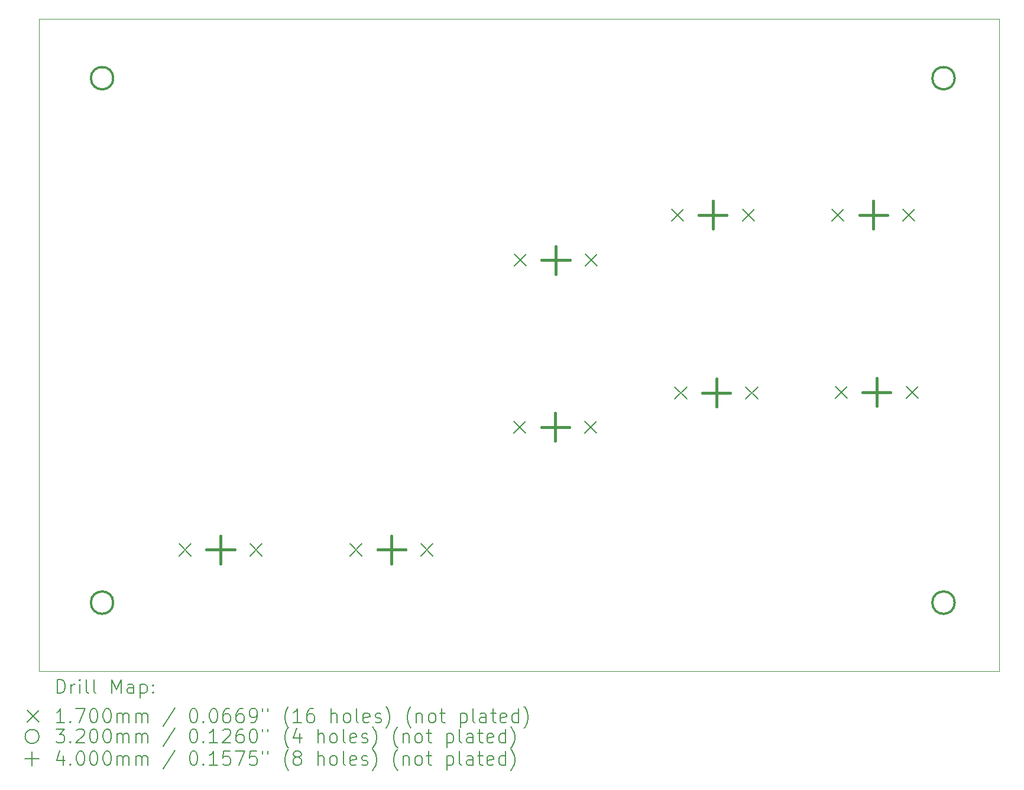
<source format=gbr>
%TF.GenerationSoftware,KiCad,Pcbnew,9.0.5*%
%TF.CreationDate,2025-10-09T15:15:55-05:00*%
%TF.ProjectId,arcade-controller,61726361-6465-42d6-936f-6e74726f6c6c,rev?*%
%TF.SameCoordinates,Original*%
%TF.FileFunction,Drillmap*%
%TF.FilePolarity,Positive*%
%FSLAX45Y45*%
G04 Gerber Fmt 4.5, Leading zero omitted, Abs format (unit mm)*
G04 Created by KiCad (PCBNEW 9.0.5) date 2025-10-09 15:15:55*
%MOMM*%
%LPD*%
G01*
G04 APERTURE LIST*
%ADD10C,0.050000*%
%ADD11C,0.200000*%
%ADD12C,0.170000*%
%ADD13C,0.320000*%
%ADD14C,0.400000*%
G04 APERTURE END LIST*
D10*
X9000000Y-3500000D02*
X22750000Y-3500000D01*
X22750000Y-12850000D01*
X9000000Y-12850000D01*
X9000000Y-3500000D01*
D11*
D12*
X11003000Y-11023000D02*
X11173000Y-11193000D01*
X11173000Y-11023000D02*
X11003000Y-11193000D01*
X12019000Y-11023000D02*
X12189000Y-11193000D01*
X12189000Y-11023000D02*
X12019000Y-11193000D01*
X13453000Y-11023000D02*
X13623000Y-11193000D01*
X13623000Y-11023000D02*
X13453000Y-11193000D01*
X14469000Y-11023000D02*
X14639000Y-11193000D01*
X14639000Y-11023000D02*
X14469000Y-11193000D01*
X15799000Y-9265000D02*
X15969000Y-9435000D01*
X15969000Y-9265000D02*
X15799000Y-9435000D01*
X15803000Y-6873000D02*
X15973000Y-7043000D01*
X15973000Y-6873000D02*
X15803000Y-7043000D01*
X16815000Y-9265000D02*
X16985000Y-9435000D01*
X16985000Y-9265000D02*
X16815000Y-9435000D01*
X16819000Y-6873000D02*
X16989000Y-7043000D01*
X16989000Y-6873000D02*
X16819000Y-7043000D01*
X18053000Y-6223000D02*
X18223000Y-6393000D01*
X18223000Y-6223000D02*
X18053000Y-6393000D01*
X18103000Y-8773000D02*
X18273000Y-8943000D01*
X18273000Y-8773000D02*
X18103000Y-8943000D01*
X19069000Y-6223000D02*
X19239000Y-6393000D01*
X19239000Y-6223000D02*
X19069000Y-6393000D01*
X19119000Y-8773000D02*
X19289000Y-8943000D01*
X19289000Y-8773000D02*
X19119000Y-8943000D01*
X20353000Y-6223000D02*
X20523000Y-6393000D01*
X20523000Y-6223000D02*
X20353000Y-6393000D01*
X20399000Y-8765000D02*
X20569000Y-8935000D01*
X20569000Y-8765000D02*
X20399000Y-8935000D01*
X21369000Y-6223000D02*
X21539000Y-6393000D01*
X21539000Y-6223000D02*
X21369000Y-6393000D01*
X21415000Y-8765000D02*
X21585000Y-8935000D01*
X21585000Y-8765000D02*
X21415000Y-8935000D01*
D13*
X10060000Y-4350000D02*
G75*
G02*
X9740000Y-4350000I-160000J0D01*
G01*
X9740000Y-4350000D02*
G75*
G02*
X10060000Y-4350000I160000J0D01*
G01*
X10060000Y-11865000D02*
G75*
G02*
X9740000Y-11865000I-160000J0D01*
G01*
X9740000Y-11865000D02*
G75*
G02*
X10060000Y-11865000I160000J0D01*
G01*
X22110000Y-4350000D02*
G75*
G02*
X21790000Y-4350000I-160000J0D01*
G01*
X21790000Y-4350000D02*
G75*
G02*
X22110000Y-4350000I160000J0D01*
G01*
X22110000Y-11865000D02*
G75*
G02*
X21790000Y-11865000I-160000J0D01*
G01*
X21790000Y-11865000D02*
G75*
G02*
X22110000Y-11865000I160000J0D01*
G01*
D14*
X11596000Y-10908000D02*
X11596000Y-11308000D01*
X11396000Y-11108000D02*
X11796000Y-11108000D01*
X14046000Y-10908000D02*
X14046000Y-11308000D01*
X13846000Y-11108000D02*
X14246000Y-11108000D01*
X16392000Y-9150000D02*
X16392000Y-9550000D01*
X16192000Y-9350000D02*
X16592000Y-9350000D01*
X16396000Y-6758000D02*
X16396000Y-7158000D01*
X16196000Y-6958000D02*
X16596000Y-6958000D01*
X18646000Y-6108000D02*
X18646000Y-6508000D01*
X18446000Y-6308000D02*
X18846000Y-6308000D01*
X18696000Y-8658000D02*
X18696000Y-9058000D01*
X18496000Y-8858000D02*
X18896000Y-8858000D01*
X20946000Y-6108000D02*
X20946000Y-6508000D01*
X20746000Y-6308000D02*
X21146000Y-6308000D01*
X20992000Y-8650000D02*
X20992000Y-9050000D01*
X20792000Y-8850000D02*
X21192000Y-8850000D01*
D11*
X9258277Y-13163984D02*
X9258277Y-12963984D01*
X9258277Y-12963984D02*
X9305896Y-12963984D01*
X9305896Y-12963984D02*
X9334467Y-12973508D01*
X9334467Y-12973508D02*
X9353515Y-12992555D01*
X9353515Y-12992555D02*
X9363039Y-13011603D01*
X9363039Y-13011603D02*
X9372563Y-13049698D01*
X9372563Y-13049698D02*
X9372563Y-13078269D01*
X9372563Y-13078269D02*
X9363039Y-13116365D01*
X9363039Y-13116365D02*
X9353515Y-13135412D01*
X9353515Y-13135412D02*
X9334467Y-13154460D01*
X9334467Y-13154460D02*
X9305896Y-13163984D01*
X9305896Y-13163984D02*
X9258277Y-13163984D01*
X9458277Y-13163984D02*
X9458277Y-13030650D01*
X9458277Y-13068746D02*
X9467801Y-13049698D01*
X9467801Y-13049698D02*
X9477324Y-13040174D01*
X9477324Y-13040174D02*
X9496372Y-13030650D01*
X9496372Y-13030650D02*
X9515420Y-13030650D01*
X9582086Y-13163984D02*
X9582086Y-13030650D01*
X9582086Y-12963984D02*
X9572563Y-12973508D01*
X9572563Y-12973508D02*
X9582086Y-12983031D01*
X9582086Y-12983031D02*
X9591610Y-12973508D01*
X9591610Y-12973508D02*
X9582086Y-12963984D01*
X9582086Y-12963984D02*
X9582086Y-12983031D01*
X9705896Y-13163984D02*
X9686848Y-13154460D01*
X9686848Y-13154460D02*
X9677324Y-13135412D01*
X9677324Y-13135412D02*
X9677324Y-12963984D01*
X9810658Y-13163984D02*
X9791610Y-13154460D01*
X9791610Y-13154460D02*
X9782086Y-13135412D01*
X9782086Y-13135412D02*
X9782086Y-12963984D01*
X10039229Y-13163984D02*
X10039229Y-12963984D01*
X10039229Y-12963984D02*
X10105896Y-13106841D01*
X10105896Y-13106841D02*
X10172563Y-12963984D01*
X10172563Y-12963984D02*
X10172563Y-13163984D01*
X10353515Y-13163984D02*
X10353515Y-13059222D01*
X10353515Y-13059222D02*
X10343991Y-13040174D01*
X10343991Y-13040174D02*
X10324944Y-13030650D01*
X10324944Y-13030650D02*
X10286848Y-13030650D01*
X10286848Y-13030650D02*
X10267801Y-13040174D01*
X10353515Y-13154460D02*
X10334467Y-13163984D01*
X10334467Y-13163984D02*
X10286848Y-13163984D01*
X10286848Y-13163984D02*
X10267801Y-13154460D01*
X10267801Y-13154460D02*
X10258277Y-13135412D01*
X10258277Y-13135412D02*
X10258277Y-13116365D01*
X10258277Y-13116365D02*
X10267801Y-13097317D01*
X10267801Y-13097317D02*
X10286848Y-13087793D01*
X10286848Y-13087793D02*
X10334467Y-13087793D01*
X10334467Y-13087793D02*
X10353515Y-13078269D01*
X10448753Y-13030650D02*
X10448753Y-13230650D01*
X10448753Y-13040174D02*
X10467801Y-13030650D01*
X10467801Y-13030650D02*
X10505896Y-13030650D01*
X10505896Y-13030650D02*
X10524944Y-13040174D01*
X10524944Y-13040174D02*
X10534467Y-13049698D01*
X10534467Y-13049698D02*
X10543991Y-13068746D01*
X10543991Y-13068746D02*
X10543991Y-13125888D01*
X10543991Y-13125888D02*
X10534467Y-13144936D01*
X10534467Y-13144936D02*
X10524944Y-13154460D01*
X10524944Y-13154460D02*
X10505896Y-13163984D01*
X10505896Y-13163984D02*
X10467801Y-13163984D01*
X10467801Y-13163984D02*
X10448753Y-13154460D01*
X10629705Y-13144936D02*
X10639229Y-13154460D01*
X10639229Y-13154460D02*
X10629705Y-13163984D01*
X10629705Y-13163984D02*
X10620182Y-13154460D01*
X10620182Y-13154460D02*
X10629705Y-13144936D01*
X10629705Y-13144936D02*
X10629705Y-13163984D01*
X10629705Y-13040174D02*
X10639229Y-13049698D01*
X10639229Y-13049698D02*
X10629705Y-13059222D01*
X10629705Y-13059222D02*
X10620182Y-13049698D01*
X10620182Y-13049698D02*
X10629705Y-13040174D01*
X10629705Y-13040174D02*
X10629705Y-13059222D01*
D12*
X8827500Y-13407500D02*
X8997500Y-13577500D01*
X8997500Y-13407500D02*
X8827500Y-13577500D01*
D11*
X9363039Y-13583984D02*
X9248753Y-13583984D01*
X9305896Y-13583984D02*
X9305896Y-13383984D01*
X9305896Y-13383984D02*
X9286848Y-13412555D01*
X9286848Y-13412555D02*
X9267801Y-13431603D01*
X9267801Y-13431603D02*
X9248753Y-13441127D01*
X9448753Y-13564936D02*
X9458277Y-13574460D01*
X9458277Y-13574460D02*
X9448753Y-13583984D01*
X9448753Y-13583984D02*
X9439229Y-13574460D01*
X9439229Y-13574460D02*
X9448753Y-13564936D01*
X9448753Y-13564936D02*
X9448753Y-13583984D01*
X9524944Y-13383984D02*
X9658277Y-13383984D01*
X9658277Y-13383984D02*
X9572563Y-13583984D01*
X9772563Y-13383984D02*
X9791610Y-13383984D01*
X9791610Y-13383984D02*
X9810658Y-13393508D01*
X9810658Y-13393508D02*
X9820182Y-13403031D01*
X9820182Y-13403031D02*
X9829705Y-13422079D01*
X9829705Y-13422079D02*
X9839229Y-13460174D01*
X9839229Y-13460174D02*
X9839229Y-13507793D01*
X9839229Y-13507793D02*
X9829705Y-13545888D01*
X9829705Y-13545888D02*
X9820182Y-13564936D01*
X9820182Y-13564936D02*
X9810658Y-13574460D01*
X9810658Y-13574460D02*
X9791610Y-13583984D01*
X9791610Y-13583984D02*
X9772563Y-13583984D01*
X9772563Y-13583984D02*
X9753515Y-13574460D01*
X9753515Y-13574460D02*
X9743991Y-13564936D01*
X9743991Y-13564936D02*
X9734467Y-13545888D01*
X9734467Y-13545888D02*
X9724944Y-13507793D01*
X9724944Y-13507793D02*
X9724944Y-13460174D01*
X9724944Y-13460174D02*
X9734467Y-13422079D01*
X9734467Y-13422079D02*
X9743991Y-13403031D01*
X9743991Y-13403031D02*
X9753515Y-13393508D01*
X9753515Y-13393508D02*
X9772563Y-13383984D01*
X9963039Y-13383984D02*
X9982086Y-13383984D01*
X9982086Y-13383984D02*
X10001134Y-13393508D01*
X10001134Y-13393508D02*
X10010658Y-13403031D01*
X10010658Y-13403031D02*
X10020182Y-13422079D01*
X10020182Y-13422079D02*
X10029705Y-13460174D01*
X10029705Y-13460174D02*
X10029705Y-13507793D01*
X10029705Y-13507793D02*
X10020182Y-13545888D01*
X10020182Y-13545888D02*
X10010658Y-13564936D01*
X10010658Y-13564936D02*
X10001134Y-13574460D01*
X10001134Y-13574460D02*
X9982086Y-13583984D01*
X9982086Y-13583984D02*
X9963039Y-13583984D01*
X9963039Y-13583984D02*
X9943991Y-13574460D01*
X9943991Y-13574460D02*
X9934467Y-13564936D01*
X9934467Y-13564936D02*
X9924944Y-13545888D01*
X9924944Y-13545888D02*
X9915420Y-13507793D01*
X9915420Y-13507793D02*
X9915420Y-13460174D01*
X9915420Y-13460174D02*
X9924944Y-13422079D01*
X9924944Y-13422079D02*
X9934467Y-13403031D01*
X9934467Y-13403031D02*
X9943991Y-13393508D01*
X9943991Y-13393508D02*
X9963039Y-13383984D01*
X10115420Y-13583984D02*
X10115420Y-13450650D01*
X10115420Y-13469698D02*
X10124944Y-13460174D01*
X10124944Y-13460174D02*
X10143991Y-13450650D01*
X10143991Y-13450650D02*
X10172563Y-13450650D01*
X10172563Y-13450650D02*
X10191610Y-13460174D01*
X10191610Y-13460174D02*
X10201134Y-13479222D01*
X10201134Y-13479222D02*
X10201134Y-13583984D01*
X10201134Y-13479222D02*
X10210658Y-13460174D01*
X10210658Y-13460174D02*
X10229705Y-13450650D01*
X10229705Y-13450650D02*
X10258277Y-13450650D01*
X10258277Y-13450650D02*
X10277325Y-13460174D01*
X10277325Y-13460174D02*
X10286848Y-13479222D01*
X10286848Y-13479222D02*
X10286848Y-13583984D01*
X10382086Y-13583984D02*
X10382086Y-13450650D01*
X10382086Y-13469698D02*
X10391610Y-13460174D01*
X10391610Y-13460174D02*
X10410658Y-13450650D01*
X10410658Y-13450650D02*
X10439229Y-13450650D01*
X10439229Y-13450650D02*
X10458277Y-13460174D01*
X10458277Y-13460174D02*
X10467801Y-13479222D01*
X10467801Y-13479222D02*
X10467801Y-13583984D01*
X10467801Y-13479222D02*
X10477325Y-13460174D01*
X10477325Y-13460174D02*
X10496372Y-13450650D01*
X10496372Y-13450650D02*
X10524944Y-13450650D01*
X10524944Y-13450650D02*
X10543991Y-13460174D01*
X10543991Y-13460174D02*
X10553515Y-13479222D01*
X10553515Y-13479222D02*
X10553515Y-13583984D01*
X10943991Y-13374460D02*
X10772563Y-13631603D01*
X11201134Y-13383984D02*
X11220182Y-13383984D01*
X11220182Y-13383984D02*
X11239229Y-13393508D01*
X11239229Y-13393508D02*
X11248753Y-13403031D01*
X11248753Y-13403031D02*
X11258277Y-13422079D01*
X11258277Y-13422079D02*
X11267801Y-13460174D01*
X11267801Y-13460174D02*
X11267801Y-13507793D01*
X11267801Y-13507793D02*
X11258277Y-13545888D01*
X11258277Y-13545888D02*
X11248753Y-13564936D01*
X11248753Y-13564936D02*
X11239229Y-13574460D01*
X11239229Y-13574460D02*
X11220182Y-13583984D01*
X11220182Y-13583984D02*
X11201134Y-13583984D01*
X11201134Y-13583984D02*
X11182087Y-13574460D01*
X11182087Y-13574460D02*
X11172563Y-13564936D01*
X11172563Y-13564936D02*
X11163039Y-13545888D01*
X11163039Y-13545888D02*
X11153515Y-13507793D01*
X11153515Y-13507793D02*
X11153515Y-13460174D01*
X11153515Y-13460174D02*
X11163039Y-13422079D01*
X11163039Y-13422079D02*
X11172563Y-13403031D01*
X11172563Y-13403031D02*
X11182087Y-13393508D01*
X11182087Y-13393508D02*
X11201134Y-13383984D01*
X11353515Y-13564936D02*
X11363039Y-13574460D01*
X11363039Y-13574460D02*
X11353515Y-13583984D01*
X11353515Y-13583984D02*
X11343991Y-13574460D01*
X11343991Y-13574460D02*
X11353515Y-13564936D01*
X11353515Y-13564936D02*
X11353515Y-13583984D01*
X11486848Y-13383984D02*
X11505896Y-13383984D01*
X11505896Y-13383984D02*
X11524944Y-13393508D01*
X11524944Y-13393508D02*
X11534467Y-13403031D01*
X11534467Y-13403031D02*
X11543991Y-13422079D01*
X11543991Y-13422079D02*
X11553515Y-13460174D01*
X11553515Y-13460174D02*
X11553515Y-13507793D01*
X11553515Y-13507793D02*
X11543991Y-13545888D01*
X11543991Y-13545888D02*
X11534467Y-13564936D01*
X11534467Y-13564936D02*
X11524944Y-13574460D01*
X11524944Y-13574460D02*
X11505896Y-13583984D01*
X11505896Y-13583984D02*
X11486848Y-13583984D01*
X11486848Y-13583984D02*
X11467801Y-13574460D01*
X11467801Y-13574460D02*
X11458277Y-13564936D01*
X11458277Y-13564936D02*
X11448753Y-13545888D01*
X11448753Y-13545888D02*
X11439229Y-13507793D01*
X11439229Y-13507793D02*
X11439229Y-13460174D01*
X11439229Y-13460174D02*
X11448753Y-13422079D01*
X11448753Y-13422079D02*
X11458277Y-13403031D01*
X11458277Y-13403031D02*
X11467801Y-13393508D01*
X11467801Y-13393508D02*
X11486848Y-13383984D01*
X11724944Y-13383984D02*
X11686848Y-13383984D01*
X11686848Y-13383984D02*
X11667801Y-13393508D01*
X11667801Y-13393508D02*
X11658277Y-13403031D01*
X11658277Y-13403031D02*
X11639229Y-13431603D01*
X11639229Y-13431603D02*
X11629706Y-13469698D01*
X11629706Y-13469698D02*
X11629706Y-13545888D01*
X11629706Y-13545888D02*
X11639229Y-13564936D01*
X11639229Y-13564936D02*
X11648753Y-13574460D01*
X11648753Y-13574460D02*
X11667801Y-13583984D01*
X11667801Y-13583984D02*
X11705896Y-13583984D01*
X11705896Y-13583984D02*
X11724944Y-13574460D01*
X11724944Y-13574460D02*
X11734467Y-13564936D01*
X11734467Y-13564936D02*
X11743991Y-13545888D01*
X11743991Y-13545888D02*
X11743991Y-13498269D01*
X11743991Y-13498269D02*
X11734467Y-13479222D01*
X11734467Y-13479222D02*
X11724944Y-13469698D01*
X11724944Y-13469698D02*
X11705896Y-13460174D01*
X11705896Y-13460174D02*
X11667801Y-13460174D01*
X11667801Y-13460174D02*
X11648753Y-13469698D01*
X11648753Y-13469698D02*
X11639229Y-13479222D01*
X11639229Y-13479222D02*
X11629706Y-13498269D01*
X11915420Y-13383984D02*
X11877325Y-13383984D01*
X11877325Y-13383984D02*
X11858277Y-13393508D01*
X11858277Y-13393508D02*
X11848753Y-13403031D01*
X11848753Y-13403031D02*
X11829706Y-13431603D01*
X11829706Y-13431603D02*
X11820182Y-13469698D01*
X11820182Y-13469698D02*
X11820182Y-13545888D01*
X11820182Y-13545888D02*
X11829706Y-13564936D01*
X11829706Y-13564936D02*
X11839229Y-13574460D01*
X11839229Y-13574460D02*
X11858277Y-13583984D01*
X11858277Y-13583984D02*
X11896372Y-13583984D01*
X11896372Y-13583984D02*
X11915420Y-13574460D01*
X11915420Y-13574460D02*
X11924944Y-13564936D01*
X11924944Y-13564936D02*
X11934467Y-13545888D01*
X11934467Y-13545888D02*
X11934467Y-13498269D01*
X11934467Y-13498269D02*
X11924944Y-13479222D01*
X11924944Y-13479222D02*
X11915420Y-13469698D01*
X11915420Y-13469698D02*
X11896372Y-13460174D01*
X11896372Y-13460174D02*
X11858277Y-13460174D01*
X11858277Y-13460174D02*
X11839229Y-13469698D01*
X11839229Y-13469698D02*
X11829706Y-13479222D01*
X11829706Y-13479222D02*
X11820182Y-13498269D01*
X12029706Y-13583984D02*
X12067801Y-13583984D01*
X12067801Y-13583984D02*
X12086848Y-13574460D01*
X12086848Y-13574460D02*
X12096372Y-13564936D01*
X12096372Y-13564936D02*
X12115420Y-13536365D01*
X12115420Y-13536365D02*
X12124944Y-13498269D01*
X12124944Y-13498269D02*
X12124944Y-13422079D01*
X12124944Y-13422079D02*
X12115420Y-13403031D01*
X12115420Y-13403031D02*
X12105896Y-13393508D01*
X12105896Y-13393508D02*
X12086848Y-13383984D01*
X12086848Y-13383984D02*
X12048753Y-13383984D01*
X12048753Y-13383984D02*
X12029706Y-13393508D01*
X12029706Y-13393508D02*
X12020182Y-13403031D01*
X12020182Y-13403031D02*
X12010658Y-13422079D01*
X12010658Y-13422079D02*
X12010658Y-13469698D01*
X12010658Y-13469698D02*
X12020182Y-13488746D01*
X12020182Y-13488746D02*
X12029706Y-13498269D01*
X12029706Y-13498269D02*
X12048753Y-13507793D01*
X12048753Y-13507793D02*
X12086848Y-13507793D01*
X12086848Y-13507793D02*
X12105896Y-13498269D01*
X12105896Y-13498269D02*
X12115420Y-13488746D01*
X12115420Y-13488746D02*
X12124944Y-13469698D01*
X12201134Y-13383984D02*
X12201134Y-13422079D01*
X12277325Y-13383984D02*
X12277325Y-13422079D01*
X12572563Y-13660174D02*
X12563039Y-13650650D01*
X12563039Y-13650650D02*
X12543991Y-13622079D01*
X12543991Y-13622079D02*
X12534468Y-13603031D01*
X12534468Y-13603031D02*
X12524944Y-13574460D01*
X12524944Y-13574460D02*
X12515420Y-13526841D01*
X12515420Y-13526841D02*
X12515420Y-13488746D01*
X12515420Y-13488746D02*
X12524944Y-13441127D01*
X12524944Y-13441127D02*
X12534468Y-13412555D01*
X12534468Y-13412555D02*
X12543991Y-13393508D01*
X12543991Y-13393508D02*
X12563039Y-13364936D01*
X12563039Y-13364936D02*
X12572563Y-13355412D01*
X12753515Y-13583984D02*
X12639229Y-13583984D01*
X12696372Y-13583984D02*
X12696372Y-13383984D01*
X12696372Y-13383984D02*
X12677325Y-13412555D01*
X12677325Y-13412555D02*
X12658277Y-13431603D01*
X12658277Y-13431603D02*
X12639229Y-13441127D01*
X12924944Y-13383984D02*
X12886848Y-13383984D01*
X12886848Y-13383984D02*
X12867801Y-13393508D01*
X12867801Y-13393508D02*
X12858277Y-13403031D01*
X12858277Y-13403031D02*
X12839229Y-13431603D01*
X12839229Y-13431603D02*
X12829706Y-13469698D01*
X12829706Y-13469698D02*
X12829706Y-13545888D01*
X12829706Y-13545888D02*
X12839229Y-13564936D01*
X12839229Y-13564936D02*
X12848753Y-13574460D01*
X12848753Y-13574460D02*
X12867801Y-13583984D01*
X12867801Y-13583984D02*
X12905896Y-13583984D01*
X12905896Y-13583984D02*
X12924944Y-13574460D01*
X12924944Y-13574460D02*
X12934468Y-13564936D01*
X12934468Y-13564936D02*
X12943991Y-13545888D01*
X12943991Y-13545888D02*
X12943991Y-13498269D01*
X12943991Y-13498269D02*
X12934468Y-13479222D01*
X12934468Y-13479222D02*
X12924944Y-13469698D01*
X12924944Y-13469698D02*
X12905896Y-13460174D01*
X12905896Y-13460174D02*
X12867801Y-13460174D01*
X12867801Y-13460174D02*
X12848753Y-13469698D01*
X12848753Y-13469698D02*
X12839229Y-13479222D01*
X12839229Y-13479222D02*
X12829706Y-13498269D01*
X13182087Y-13583984D02*
X13182087Y-13383984D01*
X13267801Y-13583984D02*
X13267801Y-13479222D01*
X13267801Y-13479222D02*
X13258277Y-13460174D01*
X13258277Y-13460174D02*
X13239230Y-13450650D01*
X13239230Y-13450650D02*
X13210658Y-13450650D01*
X13210658Y-13450650D02*
X13191610Y-13460174D01*
X13191610Y-13460174D02*
X13182087Y-13469698D01*
X13391610Y-13583984D02*
X13372563Y-13574460D01*
X13372563Y-13574460D02*
X13363039Y-13564936D01*
X13363039Y-13564936D02*
X13353515Y-13545888D01*
X13353515Y-13545888D02*
X13353515Y-13488746D01*
X13353515Y-13488746D02*
X13363039Y-13469698D01*
X13363039Y-13469698D02*
X13372563Y-13460174D01*
X13372563Y-13460174D02*
X13391610Y-13450650D01*
X13391610Y-13450650D02*
X13420182Y-13450650D01*
X13420182Y-13450650D02*
X13439230Y-13460174D01*
X13439230Y-13460174D02*
X13448753Y-13469698D01*
X13448753Y-13469698D02*
X13458277Y-13488746D01*
X13458277Y-13488746D02*
X13458277Y-13545888D01*
X13458277Y-13545888D02*
X13448753Y-13564936D01*
X13448753Y-13564936D02*
X13439230Y-13574460D01*
X13439230Y-13574460D02*
X13420182Y-13583984D01*
X13420182Y-13583984D02*
X13391610Y-13583984D01*
X13572563Y-13583984D02*
X13553515Y-13574460D01*
X13553515Y-13574460D02*
X13543991Y-13555412D01*
X13543991Y-13555412D02*
X13543991Y-13383984D01*
X13724944Y-13574460D02*
X13705896Y-13583984D01*
X13705896Y-13583984D02*
X13667801Y-13583984D01*
X13667801Y-13583984D02*
X13648753Y-13574460D01*
X13648753Y-13574460D02*
X13639230Y-13555412D01*
X13639230Y-13555412D02*
X13639230Y-13479222D01*
X13639230Y-13479222D02*
X13648753Y-13460174D01*
X13648753Y-13460174D02*
X13667801Y-13450650D01*
X13667801Y-13450650D02*
X13705896Y-13450650D01*
X13705896Y-13450650D02*
X13724944Y-13460174D01*
X13724944Y-13460174D02*
X13734468Y-13479222D01*
X13734468Y-13479222D02*
X13734468Y-13498269D01*
X13734468Y-13498269D02*
X13639230Y-13517317D01*
X13810658Y-13574460D02*
X13829706Y-13583984D01*
X13829706Y-13583984D02*
X13867801Y-13583984D01*
X13867801Y-13583984D02*
X13886849Y-13574460D01*
X13886849Y-13574460D02*
X13896372Y-13555412D01*
X13896372Y-13555412D02*
X13896372Y-13545888D01*
X13896372Y-13545888D02*
X13886849Y-13526841D01*
X13886849Y-13526841D02*
X13867801Y-13517317D01*
X13867801Y-13517317D02*
X13839230Y-13517317D01*
X13839230Y-13517317D02*
X13820182Y-13507793D01*
X13820182Y-13507793D02*
X13810658Y-13488746D01*
X13810658Y-13488746D02*
X13810658Y-13479222D01*
X13810658Y-13479222D02*
X13820182Y-13460174D01*
X13820182Y-13460174D02*
X13839230Y-13450650D01*
X13839230Y-13450650D02*
X13867801Y-13450650D01*
X13867801Y-13450650D02*
X13886849Y-13460174D01*
X13963039Y-13660174D02*
X13972563Y-13650650D01*
X13972563Y-13650650D02*
X13991611Y-13622079D01*
X13991611Y-13622079D02*
X14001134Y-13603031D01*
X14001134Y-13603031D02*
X14010658Y-13574460D01*
X14010658Y-13574460D02*
X14020182Y-13526841D01*
X14020182Y-13526841D02*
X14020182Y-13488746D01*
X14020182Y-13488746D02*
X14010658Y-13441127D01*
X14010658Y-13441127D02*
X14001134Y-13412555D01*
X14001134Y-13412555D02*
X13991611Y-13393508D01*
X13991611Y-13393508D02*
X13972563Y-13364936D01*
X13972563Y-13364936D02*
X13963039Y-13355412D01*
X14324944Y-13660174D02*
X14315420Y-13650650D01*
X14315420Y-13650650D02*
X14296372Y-13622079D01*
X14296372Y-13622079D02*
X14286849Y-13603031D01*
X14286849Y-13603031D02*
X14277325Y-13574460D01*
X14277325Y-13574460D02*
X14267801Y-13526841D01*
X14267801Y-13526841D02*
X14267801Y-13488746D01*
X14267801Y-13488746D02*
X14277325Y-13441127D01*
X14277325Y-13441127D02*
X14286849Y-13412555D01*
X14286849Y-13412555D02*
X14296372Y-13393508D01*
X14296372Y-13393508D02*
X14315420Y-13364936D01*
X14315420Y-13364936D02*
X14324944Y-13355412D01*
X14401134Y-13450650D02*
X14401134Y-13583984D01*
X14401134Y-13469698D02*
X14410658Y-13460174D01*
X14410658Y-13460174D02*
X14429706Y-13450650D01*
X14429706Y-13450650D02*
X14458277Y-13450650D01*
X14458277Y-13450650D02*
X14477325Y-13460174D01*
X14477325Y-13460174D02*
X14486849Y-13479222D01*
X14486849Y-13479222D02*
X14486849Y-13583984D01*
X14610658Y-13583984D02*
X14591611Y-13574460D01*
X14591611Y-13574460D02*
X14582087Y-13564936D01*
X14582087Y-13564936D02*
X14572563Y-13545888D01*
X14572563Y-13545888D02*
X14572563Y-13488746D01*
X14572563Y-13488746D02*
X14582087Y-13469698D01*
X14582087Y-13469698D02*
X14591611Y-13460174D01*
X14591611Y-13460174D02*
X14610658Y-13450650D01*
X14610658Y-13450650D02*
X14639230Y-13450650D01*
X14639230Y-13450650D02*
X14658277Y-13460174D01*
X14658277Y-13460174D02*
X14667801Y-13469698D01*
X14667801Y-13469698D02*
X14677325Y-13488746D01*
X14677325Y-13488746D02*
X14677325Y-13545888D01*
X14677325Y-13545888D02*
X14667801Y-13564936D01*
X14667801Y-13564936D02*
X14658277Y-13574460D01*
X14658277Y-13574460D02*
X14639230Y-13583984D01*
X14639230Y-13583984D02*
X14610658Y-13583984D01*
X14734468Y-13450650D02*
X14810658Y-13450650D01*
X14763039Y-13383984D02*
X14763039Y-13555412D01*
X14763039Y-13555412D02*
X14772563Y-13574460D01*
X14772563Y-13574460D02*
X14791611Y-13583984D01*
X14791611Y-13583984D02*
X14810658Y-13583984D01*
X15029706Y-13450650D02*
X15029706Y-13650650D01*
X15029706Y-13460174D02*
X15048753Y-13450650D01*
X15048753Y-13450650D02*
X15086849Y-13450650D01*
X15086849Y-13450650D02*
X15105896Y-13460174D01*
X15105896Y-13460174D02*
X15115420Y-13469698D01*
X15115420Y-13469698D02*
X15124944Y-13488746D01*
X15124944Y-13488746D02*
X15124944Y-13545888D01*
X15124944Y-13545888D02*
X15115420Y-13564936D01*
X15115420Y-13564936D02*
X15105896Y-13574460D01*
X15105896Y-13574460D02*
X15086849Y-13583984D01*
X15086849Y-13583984D02*
X15048753Y-13583984D01*
X15048753Y-13583984D02*
X15029706Y-13574460D01*
X15239230Y-13583984D02*
X15220182Y-13574460D01*
X15220182Y-13574460D02*
X15210658Y-13555412D01*
X15210658Y-13555412D02*
X15210658Y-13383984D01*
X15401134Y-13583984D02*
X15401134Y-13479222D01*
X15401134Y-13479222D02*
X15391611Y-13460174D01*
X15391611Y-13460174D02*
X15372563Y-13450650D01*
X15372563Y-13450650D02*
X15334468Y-13450650D01*
X15334468Y-13450650D02*
X15315420Y-13460174D01*
X15401134Y-13574460D02*
X15382087Y-13583984D01*
X15382087Y-13583984D02*
X15334468Y-13583984D01*
X15334468Y-13583984D02*
X15315420Y-13574460D01*
X15315420Y-13574460D02*
X15305896Y-13555412D01*
X15305896Y-13555412D02*
X15305896Y-13536365D01*
X15305896Y-13536365D02*
X15315420Y-13517317D01*
X15315420Y-13517317D02*
X15334468Y-13507793D01*
X15334468Y-13507793D02*
X15382087Y-13507793D01*
X15382087Y-13507793D02*
X15401134Y-13498269D01*
X15467801Y-13450650D02*
X15543992Y-13450650D01*
X15496373Y-13383984D02*
X15496373Y-13555412D01*
X15496373Y-13555412D02*
X15505896Y-13574460D01*
X15505896Y-13574460D02*
X15524944Y-13583984D01*
X15524944Y-13583984D02*
X15543992Y-13583984D01*
X15686849Y-13574460D02*
X15667801Y-13583984D01*
X15667801Y-13583984D02*
X15629706Y-13583984D01*
X15629706Y-13583984D02*
X15610658Y-13574460D01*
X15610658Y-13574460D02*
X15601134Y-13555412D01*
X15601134Y-13555412D02*
X15601134Y-13479222D01*
X15601134Y-13479222D02*
X15610658Y-13460174D01*
X15610658Y-13460174D02*
X15629706Y-13450650D01*
X15629706Y-13450650D02*
X15667801Y-13450650D01*
X15667801Y-13450650D02*
X15686849Y-13460174D01*
X15686849Y-13460174D02*
X15696373Y-13479222D01*
X15696373Y-13479222D02*
X15696373Y-13498269D01*
X15696373Y-13498269D02*
X15601134Y-13517317D01*
X15867801Y-13583984D02*
X15867801Y-13383984D01*
X15867801Y-13574460D02*
X15848754Y-13583984D01*
X15848754Y-13583984D02*
X15810658Y-13583984D01*
X15810658Y-13583984D02*
X15791611Y-13574460D01*
X15791611Y-13574460D02*
X15782087Y-13564936D01*
X15782087Y-13564936D02*
X15772563Y-13545888D01*
X15772563Y-13545888D02*
X15772563Y-13488746D01*
X15772563Y-13488746D02*
X15782087Y-13469698D01*
X15782087Y-13469698D02*
X15791611Y-13460174D01*
X15791611Y-13460174D02*
X15810658Y-13450650D01*
X15810658Y-13450650D02*
X15848754Y-13450650D01*
X15848754Y-13450650D02*
X15867801Y-13460174D01*
X15943992Y-13660174D02*
X15953515Y-13650650D01*
X15953515Y-13650650D02*
X15972563Y-13622079D01*
X15972563Y-13622079D02*
X15982087Y-13603031D01*
X15982087Y-13603031D02*
X15991611Y-13574460D01*
X15991611Y-13574460D02*
X16001134Y-13526841D01*
X16001134Y-13526841D02*
X16001134Y-13488746D01*
X16001134Y-13488746D02*
X15991611Y-13441127D01*
X15991611Y-13441127D02*
X15982087Y-13412555D01*
X15982087Y-13412555D02*
X15972563Y-13393508D01*
X15972563Y-13393508D02*
X15953515Y-13364936D01*
X15953515Y-13364936D02*
X15943992Y-13355412D01*
X8997500Y-13782500D02*
G75*
G02*
X8797500Y-13782500I-100000J0D01*
G01*
X8797500Y-13782500D02*
G75*
G02*
X8997500Y-13782500I100000J0D01*
G01*
X9239229Y-13673984D02*
X9363039Y-13673984D01*
X9363039Y-13673984D02*
X9296372Y-13750174D01*
X9296372Y-13750174D02*
X9324944Y-13750174D01*
X9324944Y-13750174D02*
X9343991Y-13759698D01*
X9343991Y-13759698D02*
X9353515Y-13769222D01*
X9353515Y-13769222D02*
X9363039Y-13788269D01*
X9363039Y-13788269D02*
X9363039Y-13835888D01*
X9363039Y-13835888D02*
X9353515Y-13854936D01*
X9353515Y-13854936D02*
X9343991Y-13864460D01*
X9343991Y-13864460D02*
X9324944Y-13873984D01*
X9324944Y-13873984D02*
X9267801Y-13873984D01*
X9267801Y-13873984D02*
X9248753Y-13864460D01*
X9248753Y-13864460D02*
X9239229Y-13854936D01*
X9448753Y-13854936D02*
X9458277Y-13864460D01*
X9458277Y-13864460D02*
X9448753Y-13873984D01*
X9448753Y-13873984D02*
X9439229Y-13864460D01*
X9439229Y-13864460D02*
X9448753Y-13854936D01*
X9448753Y-13854936D02*
X9448753Y-13873984D01*
X9534467Y-13693031D02*
X9543991Y-13683508D01*
X9543991Y-13683508D02*
X9563039Y-13673984D01*
X9563039Y-13673984D02*
X9610658Y-13673984D01*
X9610658Y-13673984D02*
X9629705Y-13683508D01*
X9629705Y-13683508D02*
X9639229Y-13693031D01*
X9639229Y-13693031D02*
X9648753Y-13712079D01*
X9648753Y-13712079D02*
X9648753Y-13731127D01*
X9648753Y-13731127D02*
X9639229Y-13759698D01*
X9639229Y-13759698D02*
X9524944Y-13873984D01*
X9524944Y-13873984D02*
X9648753Y-13873984D01*
X9772563Y-13673984D02*
X9791610Y-13673984D01*
X9791610Y-13673984D02*
X9810658Y-13683508D01*
X9810658Y-13683508D02*
X9820182Y-13693031D01*
X9820182Y-13693031D02*
X9829705Y-13712079D01*
X9829705Y-13712079D02*
X9839229Y-13750174D01*
X9839229Y-13750174D02*
X9839229Y-13797793D01*
X9839229Y-13797793D02*
X9829705Y-13835888D01*
X9829705Y-13835888D02*
X9820182Y-13854936D01*
X9820182Y-13854936D02*
X9810658Y-13864460D01*
X9810658Y-13864460D02*
X9791610Y-13873984D01*
X9791610Y-13873984D02*
X9772563Y-13873984D01*
X9772563Y-13873984D02*
X9753515Y-13864460D01*
X9753515Y-13864460D02*
X9743991Y-13854936D01*
X9743991Y-13854936D02*
X9734467Y-13835888D01*
X9734467Y-13835888D02*
X9724944Y-13797793D01*
X9724944Y-13797793D02*
X9724944Y-13750174D01*
X9724944Y-13750174D02*
X9734467Y-13712079D01*
X9734467Y-13712079D02*
X9743991Y-13693031D01*
X9743991Y-13693031D02*
X9753515Y-13683508D01*
X9753515Y-13683508D02*
X9772563Y-13673984D01*
X9963039Y-13673984D02*
X9982086Y-13673984D01*
X9982086Y-13673984D02*
X10001134Y-13683508D01*
X10001134Y-13683508D02*
X10010658Y-13693031D01*
X10010658Y-13693031D02*
X10020182Y-13712079D01*
X10020182Y-13712079D02*
X10029705Y-13750174D01*
X10029705Y-13750174D02*
X10029705Y-13797793D01*
X10029705Y-13797793D02*
X10020182Y-13835888D01*
X10020182Y-13835888D02*
X10010658Y-13854936D01*
X10010658Y-13854936D02*
X10001134Y-13864460D01*
X10001134Y-13864460D02*
X9982086Y-13873984D01*
X9982086Y-13873984D02*
X9963039Y-13873984D01*
X9963039Y-13873984D02*
X9943991Y-13864460D01*
X9943991Y-13864460D02*
X9934467Y-13854936D01*
X9934467Y-13854936D02*
X9924944Y-13835888D01*
X9924944Y-13835888D02*
X9915420Y-13797793D01*
X9915420Y-13797793D02*
X9915420Y-13750174D01*
X9915420Y-13750174D02*
X9924944Y-13712079D01*
X9924944Y-13712079D02*
X9934467Y-13693031D01*
X9934467Y-13693031D02*
X9943991Y-13683508D01*
X9943991Y-13683508D02*
X9963039Y-13673984D01*
X10115420Y-13873984D02*
X10115420Y-13740650D01*
X10115420Y-13759698D02*
X10124944Y-13750174D01*
X10124944Y-13750174D02*
X10143991Y-13740650D01*
X10143991Y-13740650D02*
X10172563Y-13740650D01*
X10172563Y-13740650D02*
X10191610Y-13750174D01*
X10191610Y-13750174D02*
X10201134Y-13769222D01*
X10201134Y-13769222D02*
X10201134Y-13873984D01*
X10201134Y-13769222D02*
X10210658Y-13750174D01*
X10210658Y-13750174D02*
X10229705Y-13740650D01*
X10229705Y-13740650D02*
X10258277Y-13740650D01*
X10258277Y-13740650D02*
X10277325Y-13750174D01*
X10277325Y-13750174D02*
X10286848Y-13769222D01*
X10286848Y-13769222D02*
X10286848Y-13873984D01*
X10382086Y-13873984D02*
X10382086Y-13740650D01*
X10382086Y-13759698D02*
X10391610Y-13750174D01*
X10391610Y-13750174D02*
X10410658Y-13740650D01*
X10410658Y-13740650D02*
X10439229Y-13740650D01*
X10439229Y-13740650D02*
X10458277Y-13750174D01*
X10458277Y-13750174D02*
X10467801Y-13769222D01*
X10467801Y-13769222D02*
X10467801Y-13873984D01*
X10467801Y-13769222D02*
X10477325Y-13750174D01*
X10477325Y-13750174D02*
X10496372Y-13740650D01*
X10496372Y-13740650D02*
X10524944Y-13740650D01*
X10524944Y-13740650D02*
X10543991Y-13750174D01*
X10543991Y-13750174D02*
X10553515Y-13769222D01*
X10553515Y-13769222D02*
X10553515Y-13873984D01*
X10943991Y-13664460D02*
X10772563Y-13921603D01*
X11201134Y-13673984D02*
X11220182Y-13673984D01*
X11220182Y-13673984D02*
X11239229Y-13683508D01*
X11239229Y-13683508D02*
X11248753Y-13693031D01*
X11248753Y-13693031D02*
X11258277Y-13712079D01*
X11258277Y-13712079D02*
X11267801Y-13750174D01*
X11267801Y-13750174D02*
X11267801Y-13797793D01*
X11267801Y-13797793D02*
X11258277Y-13835888D01*
X11258277Y-13835888D02*
X11248753Y-13854936D01*
X11248753Y-13854936D02*
X11239229Y-13864460D01*
X11239229Y-13864460D02*
X11220182Y-13873984D01*
X11220182Y-13873984D02*
X11201134Y-13873984D01*
X11201134Y-13873984D02*
X11182087Y-13864460D01*
X11182087Y-13864460D02*
X11172563Y-13854936D01*
X11172563Y-13854936D02*
X11163039Y-13835888D01*
X11163039Y-13835888D02*
X11153515Y-13797793D01*
X11153515Y-13797793D02*
X11153515Y-13750174D01*
X11153515Y-13750174D02*
X11163039Y-13712079D01*
X11163039Y-13712079D02*
X11172563Y-13693031D01*
X11172563Y-13693031D02*
X11182087Y-13683508D01*
X11182087Y-13683508D02*
X11201134Y-13673984D01*
X11353515Y-13854936D02*
X11363039Y-13864460D01*
X11363039Y-13864460D02*
X11353515Y-13873984D01*
X11353515Y-13873984D02*
X11343991Y-13864460D01*
X11343991Y-13864460D02*
X11353515Y-13854936D01*
X11353515Y-13854936D02*
X11353515Y-13873984D01*
X11553515Y-13873984D02*
X11439229Y-13873984D01*
X11496372Y-13873984D02*
X11496372Y-13673984D01*
X11496372Y-13673984D02*
X11477325Y-13702555D01*
X11477325Y-13702555D02*
X11458277Y-13721603D01*
X11458277Y-13721603D02*
X11439229Y-13731127D01*
X11629706Y-13693031D02*
X11639229Y-13683508D01*
X11639229Y-13683508D02*
X11658277Y-13673984D01*
X11658277Y-13673984D02*
X11705896Y-13673984D01*
X11705896Y-13673984D02*
X11724944Y-13683508D01*
X11724944Y-13683508D02*
X11734467Y-13693031D01*
X11734467Y-13693031D02*
X11743991Y-13712079D01*
X11743991Y-13712079D02*
X11743991Y-13731127D01*
X11743991Y-13731127D02*
X11734467Y-13759698D01*
X11734467Y-13759698D02*
X11620182Y-13873984D01*
X11620182Y-13873984D02*
X11743991Y-13873984D01*
X11915420Y-13673984D02*
X11877325Y-13673984D01*
X11877325Y-13673984D02*
X11858277Y-13683508D01*
X11858277Y-13683508D02*
X11848753Y-13693031D01*
X11848753Y-13693031D02*
X11829706Y-13721603D01*
X11829706Y-13721603D02*
X11820182Y-13759698D01*
X11820182Y-13759698D02*
X11820182Y-13835888D01*
X11820182Y-13835888D02*
X11829706Y-13854936D01*
X11829706Y-13854936D02*
X11839229Y-13864460D01*
X11839229Y-13864460D02*
X11858277Y-13873984D01*
X11858277Y-13873984D02*
X11896372Y-13873984D01*
X11896372Y-13873984D02*
X11915420Y-13864460D01*
X11915420Y-13864460D02*
X11924944Y-13854936D01*
X11924944Y-13854936D02*
X11934467Y-13835888D01*
X11934467Y-13835888D02*
X11934467Y-13788269D01*
X11934467Y-13788269D02*
X11924944Y-13769222D01*
X11924944Y-13769222D02*
X11915420Y-13759698D01*
X11915420Y-13759698D02*
X11896372Y-13750174D01*
X11896372Y-13750174D02*
X11858277Y-13750174D01*
X11858277Y-13750174D02*
X11839229Y-13759698D01*
X11839229Y-13759698D02*
X11829706Y-13769222D01*
X11829706Y-13769222D02*
X11820182Y-13788269D01*
X12058277Y-13673984D02*
X12077325Y-13673984D01*
X12077325Y-13673984D02*
X12096372Y-13683508D01*
X12096372Y-13683508D02*
X12105896Y-13693031D01*
X12105896Y-13693031D02*
X12115420Y-13712079D01*
X12115420Y-13712079D02*
X12124944Y-13750174D01*
X12124944Y-13750174D02*
X12124944Y-13797793D01*
X12124944Y-13797793D02*
X12115420Y-13835888D01*
X12115420Y-13835888D02*
X12105896Y-13854936D01*
X12105896Y-13854936D02*
X12096372Y-13864460D01*
X12096372Y-13864460D02*
X12077325Y-13873984D01*
X12077325Y-13873984D02*
X12058277Y-13873984D01*
X12058277Y-13873984D02*
X12039229Y-13864460D01*
X12039229Y-13864460D02*
X12029706Y-13854936D01*
X12029706Y-13854936D02*
X12020182Y-13835888D01*
X12020182Y-13835888D02*
X12010658Y-13797793D01*
X12010658Y-13797793D02*
X12010658Y-13750174D01*
X12010658Y-13750174D02*
X12020182Y-13712079D01*
X12020182Y-13712079D02*
X12029706Y-13693031D01*
X12029706Y-13693031D02*
X12039229Y-13683508D01*
X12039229Y-13683508D02*
X12058277Y-13673984D01*
X12201134Y-13673984D02*
X12201134Y-13712079D01*
X12277325Y-13673984D02*
X12277325Y-13712079D01*
X12572563Y-13950174D02*
X12563039Y-13940650D01*
X12563039Y-13940650D02*
X12543991Y-13912079D01*
X12543991Y-13912079D02*
X12534468Y-13893031D01*
X12534468Y-13893031D02*
X12524944Y-13864460D01*
X12524944Y-13864460D02*
X12515420Y-13816841D01*
X12515420Y-13816841D02*
X12515420Y-13778746D01*
X12515420Y-13778746D02*
X12524944Y-13731127D01*
X12524944Y-13731127D02*
X12534468Y-13702555D01*
X12534468Y-13702555D02*
X12543991Y-13683508D01*
X12543991Y-13683508D02*
X12563039Y-13654936D01*
X12563039Y-13654936D02*
X12572563Y-13645412D01*
X12734468Y-13740650D02*
X12734468Y-13873984D01*
X12686848Y-13664460D02*
X12639229Y-13807317D01*
X12639229Y-13807317D02*
X12763039Y-13807317D01*
X12991610Y-13873984D02*
X12991610Y-13673984D01*
X13077325Y-13873984D02*
X13077325Y-13769222D01*
X13077325Y-13769222D02*
X13067801Y-13750174D01*
X13067801Y-13750174D02*
X13048753Y-13740650D01*
X13048753Y-13740650D02*
X13020182Y-13740650D01*
X13020182Y-13740650D02*
X13001134Y-13750174D01*
X13001134Y-13750174D02*
X12991610Y-13759698D01*
X13201134Y-13873984D02*
X13182087Y-13864460D01*
X13182087Y-13864460D02*
X13172563Y-13854936D01*
X13172563Y-13854936D02*
X13163039Y-13835888D01*
X13163039Y-13835888D02*
X13163039Y-13778746D01*
X13163039Y-13778746D02*
X13172563Y-13759698D01*
X13172563Y-13759698D02*
X13182087Y-13750174D01*
X13182087Y-13750174D02*
X13201134Y-13740650D01*
X13201134Y-13740650D02*
X13229706Y-13740650D01*
X13229706Y-13740650D02*
X13248753Y-13750174D01*
X13248753Y-13750174D02*
X13258277Y-13759698D01*
X13258277Y-13759698D02*
X13267801Y-13778746D01*
X13267801Y-13778746D02*
X13267801Y-13835888D01*
X13267801Y-13835888D02*
X13258277Y-13854936D01*
X13258277Y-13854936D02*
X13248753Y-13864460D01*
X13248753Y-13864460D02*
X13229706Y-13873984D01*
X13229706Y-13873984D02*
X13201134Y-13873984D01*
X13382087Y-13873984D02*
X13363039Y-13864460D01*
X13363039Y-13864460D02*
X13353515Y-13845412D01*
X13353515Y-13845412D02*
X13353515Y-13673984D01*
X13534468Y-13864460D02*
X13515420Y-13873984D01*
X13515420Y-13873984D02*
X13477325Y-13873984D01*
X13477325Y-13873984D02*
X13458277Y-13864460D01*
X13458277Y-13864460D02*
X13448753Y-13845412D01*
X13448753Y-13845412D02*
X13448753Y-13769222D01*
X13448753Y-13769222D02*
X13458277Y-13750174D01*
X13458277Y-13750174D02*
X13477325Y-13740650D01*
X13477325Y-13740650D02*
X13515420Y-13740650D01*
X13515420Y-13740650D02*
X13534468Y-13750174D01*
X13534468Y-13750174D02*
X13543991Y-13769222D01*
X13543991Y-13769222D02*
X13543991Y-13788269D01*
X13543991Y-13788269D02*
X13448753Y-13807317D01*
X13620182Y-13864460D02*
X13639230Y-13873984D01*
X13639230Y-13873984D02*
X13677325Y-13873984D01*
X13677325Y-13873984D02*
X13696372Y-13864460D01*
X13696372Y-13864460D02*
X13705896Y-13845412D01*
X13705896Y-13845412D02*
X13705896Y-13835888D01*
X13705896Y-13835888D02*
X13696372Y-13816841D01*
X13696372Y-13816841D02*
X13677325Y-13807317D01*
X13677325Y-13807317D02*
X13648753Y-13807317D01*
X13648753Y-13807317D02*
X13629706Y-13797793D01*
X13629706Y-13797793D02*
X13620182Y-13778746D01*
X13620182Y-13778746D02*
X13620182Y-13769222D01*
X13620182Y-13769222D02*
X13629706Y-13750174D01*
X13629706Y-13750174D02*
X13648753Y-13740650D01*
X13648753Y-13740650D02*
X13677325Y-13740650D01*
X13677325Y-13740650D02*
X13696372Y-13750174D01*
X13772563Y-13950174D02*
X13782087Y-13940650D01*
X13782087Y-13940650D02*
X13801134Y-13912079D01*
X13801134Y-13912079D02*
X13810658Y-13893031D01*
X13810658Y-13893031D02*
X13820182Y-13864460D01*
X13820182Y-13864460D02*
X13829706Y-13816841D01*
X13829706Y-13816841D02*
X13829706Y-13778746D01*
X13829706Y-13778746D02*
X13820182Y-13731127D01*
X13820182Y-13731127D02*
X13810658Y-13702555D01*
X13810658Y-13702555D02*
X13801134Y-13683508D01*
X13801134Y-13683508D02*
X13782087Y-13654936D01*
X13782087Y-13654936D02*
X13772563Y-13645412D01*
X14134468Y-13950174D02*
X14124944Y-13940650D01*
X14124944Y-13940650D02*
X14105896Y-13912079D01*
X14105896Y-13912079D02*
X14096372Y-13893031D01*
X14096372Y-13893031D02*
X14086849Y-13864460D01*
X14086849Y-13864460D02*
X14077325Y-13816841D01*
X14077325Y-13816841D02*
X14077325Y-13778746D01*
X14077325Y-13778746D02*
X14086849Y-13731127D01*
X14086849Y-13731127D02*
X14096372Y-13702555D01*
X14096372Y-13702555D02*
X14105896Y-13683508D01*
X14105896Y-13683508D02*
X14124944Y-13654936D01*
X14124944Y-13654936D02*
X14134468Y-13645412D01*
X14210658Y-13740650D02*
X14210658Y-13873984D01*
X14210658Y-13759698D02*
X14220182Y-13750174D01*
X14220182Y-13750174D02*
X14239230Y-13740650D01*
X14239230Y-13740650D02*
X14267801Y-13740650D01*
X14267801Y-13740650D02*
X14286849Y-13750174D01*
X14286849Y-13750174D02*
X14296372Y-13769222D01*
X14296372Y-13769222D02*
X14296372Y-13873984D01*
X14420182Y-13873984D02*
X14401134Y-13864460D01*
X14401134Y-13864460D02*
X14391611Y-13854936D01*
X14391611Y-13854936D02*
X14382087Y-13835888D01*
X14382087Y-13835888D02*
X14382087Y-13778746D01*
X14382087Y-13778746D02*
X14391611Y-13759698D01*
X14391611Y-13759698D02*
X14401134Y-13750174D01*
X14401134Y-13750174D02*
X14420182Y-13740650D01*
X14420182Y-13740650D02*
X14448753Y-13740650D01*
X14448753Y-13740650D02*
X14467801Y-13750174D01*
X14467801Y-13750174D02*
X14477325Y-13759698D01*
X14477325Y-13759698D02*
X14486849Y-13778746D01*
X14486849Y-13778746D02*
X14486849Y-13835888D01*
X14486849Y-13835888D02*
X14477325Y-13854936D01*
X14477325Y-13854936D02*
X14467801Y-13864460D01*
X14467801Y-13864460D02*
X14448753Y-13873984D01*
X14448753Y-13873984D02*
X14420182Y-13873984D01*
X14543992Y-13740650D02*
X14620182Y-13740650D01*
X14572563Y-13673984D02*
X14572563Y-13845412D01*
X14572563Y-13845412D02*
X14582087Y-13864460D01*
X14582087Y-13864460D02*
X14601134Y-13873984D01*
X14601134Y-13873984D02*
X14620182Y-13873984D01*
X14839230Y-13740650D02*
X14839230Y-13940650D01*
X14839230Y-13750174D02*
X14858277Y-13740650D01*
X14858277Y-13740650D02*
X14896373Y-13740650D01*
X14896373Y-13740650D02*
X14915420Y-13750174D01*
X14915420Y-13750174D02*
X14924944Y-13759698D01*
X14924944Y-13759698D02*
X14934468Y-13778746D01*
X14934468Y-13778746D02*
X14934468Y-13835888D01*
X14934468Y-13835888D02*
X14924944Y-13854936D01*
X14924944Y-13854936D02*
X14915420Y-13864460D01*
X14915420Y-13864460D02*
X14896373Y-13873984D01*
X14896373Y-13873984D02*
X14858277Y-13873984D01*
X14858277Y-13873984D02*
X14839230Y-13864460D01*
X15048753Y-13873984D02*
X15029706Y-13864460D01*
X15029706Y-13864460D02*
X15020182Y-13845412D01*
X15020182Y-13845412D02*
X15020182Y-13673984D01*
X15210658Y-13873984D02*
X15210658Y-13769222D01*
X15210658Y-13769222D02*
X15201134Y-13750174D01*
X15201134Y-13750174D02*
X15182087Y-13740650D01*
X15182087Y-13740650D02*
X15143992Y-13740650D01*
X15143992Y-13740650D02*
X15124944Y-13750174D01*
X15210658Y-13864460D02*
X15191611Y-13873984D01*
X15191611Y-13873984D02*
X15143992Y-13873984D01*
X15143992Y-13873984D02*
X15124944Y-13864460D01*
X15124944Y-13864460D02*
X15115420Y-13845412D01*
X15115420Y-13845412D02*
X15115420Y-13826365D01*
X15115420Y-13826365D02*
X15124944Y-13807317D01*
X15124944Y-13807317D02*
X15143992Y-13797793D01*
X15143992Y-13797793D02*
X15191611Y-13797793D01*
X15191611Y-13797793D02*
X15210658Y-13788269D01*
X15277325Y-13740650D02*
X15353515Y-13740650D01*
X15305896Y-13673984D02*
X15305896Y-13845412D01*
X15305896Y-13845412D02*
X15315420Y-13864460D01*
X15315420Y-13864460D02*
X15334468Y-13873984D01*
X15334468Y-13873984D02*
X15353515Y-13873984D01*
X15496373Y-13864460D02*
X15477325Y-13873984D01*
X15477325Y-13873984D02*
X15439230Y-13873984D01*
X15439230Y-13873984D02*
X15420182Y-13864460D01*
X15420182Y-13864460D02*
X15410658Y-13845412D01*
X15410658Y-13845412D02*
X15410658Y-13769222D01*
X15410658Y-13769222D02*
X15420182Y-13750174D01*
X15420182Y-13750174D02*
X15439230Y-13740650D01*
X15439230Y-13740650D02*
X15477325Y-13740650D01*
X15477325Y-13740650D02*
X15496373Y-13750174D01*
X15496373Y-13750174D02*
X15505896Y-13769222D01*
X15505896Y-13769222D02*
X15505896Y-13788269D01*
X15505896Y-13788269D02*
X15410658Y-13807317D01*
X15677325Y-13873984D02*
X15677325Y-13673984D01*
X15677325Y-13864460D02*
X15658277Y-13873984D01*
X15658277Y-13873984D02*
X15620182Y-13873984D01*
X15620182Y-13873984D02*
X15601134Y-13864460D01*
X15601134Y-13864460D02*
X15591611Y-13854936D01*
X15591611Y-13854936D02*
X15582087Y-13835888D01*
X15582087Y-13835888D02*
X15582087Y-13778746D01*
X15582087Y-13778746D02*
X15591611Y-13759698D01*
X15591611Y-13759698D02*
X15601134Y-13750174D01*
X15601134Y-13750174D02*
X15620182Y-13740650D01*
X15620182Y-13740650D02*
X15658277Y-13740650D01*
X15658277Y-13740650D02*
X15677325Y-13750174D01*
X15753515Y-13950174D02*
X15763039Y-13940650D01*
X15763039Y-13940650D02*
X15782087Y-13912079D01*
X15782087Y-13912079D02*
X15791611Y-13893031D01*
X15791611Y-13893031D02*
X15801134Y-13864460D01*
X15801134Y-13864460D02*
X15810658Y-13816841D01*
X15810658Y-13816841D02*
X15810658Y-13778746D01*
X15810658Y-13778746D02*
X15801134Y-13731127D01*
X15801134Y-13731127D02*
X15791611Y-13702555D01*
X15791611Y-13702555D02*
X15782087Y-13683508D01*
X15782087Y-13683508D02*
X15763039Y-13654936D01*
X15763039Y-13654936D02*
X15753515Y-13645412D01*
X8897500Y-14002500D02*
X8897500Y-14202500D01*
X8797500Y-14102500D02*
X8997500Y-14102500D01*
X9343991Y-14060650D02*
X9343991Y-14193984D01*
X9296372Y-13984460D02*
X9248753Y-14127317D01*
X9248753Y-14127317D02*
X9372563Y-14127317D01*
X9448753Y-14174936D02*
X9458277Y-14184460D01*
X9458277Y-14184460D02*
X9448753Y-14193984D01*
X9448753Y-14193984D02*
X9439229Y-14184460D01*
X9439229Y-14184460D02*
X9448753Y-14174936D01*
X9448753Y-14174936D02*
X9448753Y-14193984D01*
X9582086Y-13993984D02*
X9601134Y-13993984D01*
X9601134Y-13993984D02*
X9620182Y-14003508D01*
X9620182Y-14003508D02*
X9629705Y-14013031D01*
X9629705Y-14013031D02*
X9639229Y-14032079D01*
X9639229Y-14032079D02*
X9648753Y-14070174D01*
X9648753Y-14070174D02*
X9648753Y-14117793D01*
X9648753Y-14117793D02*
X9639229Y-14155888D01*
X9639229Y-14155888D02*
X9629705Y-14174936D01*
X9629705Y-14174936D02*
X9620182Y-14184460D01*
X9620182Y-14184460D02*
X9601134Y-14193984D01*
X9601134Y-14193984D02*
X9582086Y-14193984D01*
X9582086Y-14193984D02*
X9563039Y-14184460D01*
X9563039Y-14184460D02*
X9553515Y-14174936D01*
X9553515Y-14174936D02*
X9543991Y-14155888D01*
X9543991Y-14155888D02*
X9534467Y-14117793D01*
X9534467Y-14117793D02*
X9534467Y-14070174D01*
X9534467Y-14070174D02*
X9543991Y-14032079D01*
X9543991Y-14032079D02*
X9553515Y-14013031D01*
X9553515Y-14013031D02*
X9563039Y-14003508D01*
X9563039Y-14003508D02*
X9582086Y-13993984D01*
X9772563Y-13993984D02*
X9791610Y-13993984D01*
X9791610Y-13993984D02*
X9810658Y-14003508D01*
X9810658Y-14003508D02*
X9820182Y-14013031D01*
X9820182Y-14013031D02*
X9829705Y-14032079D01*
X9829705Y-14032079D02*
X9839229Y-14070174D01*
X9839229Y-14070174D02*
X9839229Y-14117793D01*
X9839229Y-14117793D02*
X9829705Y-14155888D01*
X9829705Y-14155888D02*
X9820182Y-14174936D01*
X9820182Y-14174936D02*
X9810658Y-14184460D01*
X9810658Y-14184460D02*
X9791610Y-14193984D01*
X9791610Y-14193984D02*
X9772563Y-14193984D01*
X9772563Y-14193984D02*
X9753515Y-14184460D01*
X9753515Y-14184460D02*
X9743991Y-14174936D01*
X9743991Y-14174936D02*
X9734467Y-14155888D01*
X9734467Y-14155888D02*
X9724944Y-14117793D01*
X9724944Y-14117793D02*
X9724944Y-14070174D01*
X9724944Y-14070174D02*
X9734467Y-14032079D01*
X9734467Y-14032079D02*
X9743991Y-14013031D01*
X9743991Y-14013031D02*
X9753515Y-14003508D01*
X9753515Y-14003508D02*
X9772563Y-13993984D01*
X9963039Y-13993984D02*
X9982086Y-13993984D01*
X9982086Y-13993984D02*
X10001134Y-14003508D01*
X10001134Y-14003508D02*
X10010658Y-14013031D01*
X10010658Y-14013031D02*
X10020182Y-14032079D01*
X10020182Y-14032079D02*
X10029705Y-14070174D01*
X10029705Y-14070174D02*
X10029705Y-14117793D01*
X10029705Y-14117793D02*
X10020182Y-14155888D01*
X10020182Y-14155888D02*
X10010658Y-14174936D01*
X10010658Y-14174936D02*
X10001134Y-14184460D01*
X10001134Y-14184460D02*
X9982086Y-14193984D01*
X9982086Y-14193984D02*
X9963039Y-14193984D01*
X9963039Y-14193984D02*
X9943991Y-14184460D01*
X9943991Y-14184460D02*
X9934467Y-14174936D01*
X9934467Y-14174936D02*
X9924944Y-14155888D01*
X9924944Y-14155888D02*
X9915420Y-14117793D01*
X9915420Y-14117793D02*
X9915420Y-14070174D01*
X9915420Y-14070174D02*
X9924944Y-14032079D01*
X9924944Y-14032079D02*
X9934467Y-14013031D01*
X9934467Y-14013031D02*
X9943991Y-14003508D01*
X9943991Y-14003508D02*
X9963039Y-13993984D01*
X10115420Y-14193984D02*
X10115420Y-14060650D01*
X10115420Y-14079698D02*
X10124944Y-14070174D01*
X10124944Y-14070174D02*
X10143991Y-14060650D01*
X10143991Y-14060650D02*
X10172563Y-14060650D01*
X10172563Y-14060650D02*
X10191610Y-14070174D01*
X10191610Y-14070174D02*
X10201134Y-14089222D01*
X10201134Y-14089222D02*
X10201134Y-14193984D01*
X10201134Y-14089222D02*
X10210658Y-14070174D01*
X10210658Y-14070174D02*
X10229705Y-14060650D01*
X10229705Y-14060650D02*
X10258277Y-14060650D01*
X10258277Y-14060650D02*
X10277325Y-14070174D01*
X10277325Y-14070174D02*
X10286848Y-14089222D01*
X10286848Y-14089222D02*
X10286848Y-14193984D01*
X10382086Y-14193984D02*
X10382086Y-14060650D01*
X10382086Y-14079698D02*
X10391610Y-14070174D01*
X10391610Y-14070174D02*
X10410658Y-14060650D01*
X10410658Y-14060650D02*
X10439229Y-14060650D01*
X10439229Y-14060650D02*
X10458277Y-14070174D01*
X10458277Y-14070174D02*
X10467801Y-14089222D01*
X10467801Y-14089222D02*
X10467801Y-14193984D01*
X10467801Y-14089222D02*
X10477325Y-14070174D01*
X10477325Y-14070174D02*
X10496372Y-14060650D01*
X10496372Y-14060650D02*
X10524944Y-14060650D01*
X10524944Y-14060650D02*
X10543991Y-14070174D01*
X10543991Y-14070174D02*
X10553515Y-14089222D01*
X10553515Y-14089222D02*
X10553515Y-14193984D01*
X10943991Y-13984460D02*
X10772563Y-14241603D01*
X11201134Y-13993984D02*
X11220182Y-13993984D01*
X11220182Y-13993984D02*
X11239229Y-14003508D01*
X11239229Y-14003508D02*
X11248753Y-14013031D01*
X11248753Y-14013031D02*
X11258277Y-14032079D01*
X11258277Y-14032079D02*
X11267801Y-14070174D01*
X11267801Y-14070174D02*
X11267801Y-14117793D01*
X11267801Y-14117793D02*
X11258277Y-14155888D01*
X11258277Y-14155888D02*
X11248753Y-14174936D01*
X11248753Y-14174936D02*
X11239229Y-14184460D01*
X11239229Y-14184460D02*
X11220182Y-14193984D01*
X11220182Y-14193984D02*
X11201134Y-14193984D01*
X11201134Y-14193984D02*
X11182087Y-14184460D01*
X11182087Y-14184460D02*
X11172563Y-14174936D01*
X11172563Y-14174936D02*
X11163039Y-14155888D01*
X11163039Y-14155888D02*
X11153515Y-14117793D01*
X11153515Y-14117793D02*
X11153515Y-14070174D01*
X11153515Y-14070174D02*
X11163039Y-14032079D01*
X11163039Y-14032079D02*
X11172563Y-14013031D01*
X11172563Y-14013031D02*
X11182087Y-14003508D01*
X11182087Y-14003508D02*
X11201134Y-13993984D01*
X11353515Y-14174936D02*
X11363039Y-14184460D01*
X11363039Y-14184460D02*
X11353515Y-14193984D01*
X11353515Y-14193984D02*
X11343991Y-14184460D01*
X11343991Y-14184460D02*
X11353515Y-14174936D01*
X11353515Y-14174936D02*
X11353515Y-14193984D01*
X11553515Y-14193984D02*
X11439229Y-14193984D01*
X11496372Y-14193984D02*
X11496372Y-13993984D01*
X11496372Y-13993984D02*
X11477325Y-14022555D01*
X11477325Y-14022555D02*
X11458277Y-14041603D01*
X11458277Y-14041603D02*
X11439229Y-14051127D01*
X11734467Y-13993984D02*
X11639229Y-13993984D01*
X11639229Y-13993984D02*
X11629706Y-14089222D01*
X11629706Y-14089222D02*
X11639229Y-14079698D01*
X11639229Y-14079698D02*
X11658277Y-14070174D01*
X11658277Y-14070174D02*
X11705896Y-14070174D01*
X11705896Y-14070174D02*
X11724944Y-14079698D01*
X11724944Y-14079698D02*
X11734467Y-14089222D01*
X11734467Y-14089222D02*
X11743991Y-14108269D01*
X11743991Y-14108269D02*
X11743991Y-14155888D01*
X11743991Y-14155888D02*
X11734467Y-14174936D01*
X11734467Y-14174936D02*
X11724944Y-14184460D01*
X11724944Y-14184460D02*
X11705896Y-14193984D01*
X11705896Y-14193984D02*
X11658277Y-14193984D01*
X11658277Y-14193984D02*
X11639229Y-14184460D01*
X11639229Y-14184460D02*
X11629706Y-14174936D01*
X11810658Y-13993984D02*
X11943991Y-13993984D01*
X11943991Y-13993984D02*
X11858277Y-14193984D01*
X12115420Y-13993984D02*
X12020182Y-13993984D01*
X12020182Y-13993984D02*
X12010658Y-14089222D01*
X12010658Y-14089222D02*
X12020182Y-14079698D01*
X12020182Y-14079698D02*
X12039229Y-14070174D01*
X12039229Y-14070174D02*
X12086848Y-14070174D01*
X12086848Y-14070174D02*
X12105896Y-14079698D01*
X12105896Y-14079698D02*
X12115420Y-14089222D01*
X12115420Y-14089222D02*
X12124944Y-14108269D01*
X12124944Y-14108269D02*
X12124944Y-14155888D01*
X12124944Y-14155888D02*
X12115420Y-14174936D01*
X12115420Y-14174936D02*
X12105896Y-14184460D01*
X12105896Y-14184460D02*
X12086848Y-14193984D01*
X12086848Y-14193984D02*
X12039229Y-14193984D01*
X12039229Y-14193984D02*
X12020182Y-14184460D01*
X12020182Y-14184460D02*
X12010658Y-14174936D01*
X12201134Y-13993984D02*
X12201134Y-14032079D01*
X12277325Y-13993984D02*
X12277325Y-14032079D01*
X12572563Y-14270174D02*
X12563039Y-14260650D01*
X12563039Y-14260650D02*
X12543991Y-14232079D01*
X12543991Y-14232079D02*
X12534468Y-14213031D01*
X12534468Y-14213031D02*
X12524944Y-14184460D01*
X12524944Y-14184460D02*
X12515420Y-14136841D01*
X12515420Y-14136841D02*
X12515420Y-14098746D01*
X12515420Y-14098746D02*
X12524944Y-14051127D01*
X12524944Y-14051127D02*
X12534468Y-14022555D01*
X12534468Y-14022555D02*
X12543991Y-14003508D01*
X12543991Y-14003508D02*
X12563039Y-13974936D01*
X12563039Y-13974936D02*
X12572563Y-13965412D01*
X12677325Y-14079698D02*
X12658277Y-14070174D01*
X12658277Y-14070174D02*
X12648753Y-14060650D01*
X12648753Y-14060650D02*
X12639229Y-14041603D01*
X12639229Y-14041603D02*
X12639229Y-14032079D01*
X12639229Y-14032079D02*
X12648753Y-14013031D01*
X12648753Y-14013031D02*
X12658277Y-14003508D01*
X12658277Y-14003508D02*
X12677325Y-13993984D01*
X12677325Y-13993984D02*
X12715420Y-13993984D01*
X12715420Y-13993984D02*
X12734468Y-14003508D01*
X12734468Y-14003508D02*
X12743991Y-14013031D01*
X12743991Y-14013031D02*
X12753515Y-14032079D01*
X12753515Y-14032079D02*
X12753515Y-14041603D01*
X12753515Y-14041603D02*
X12743991Y-14060650D01*
X12743991Y-14060650D02*
X12734468Y-14070174D01*
X12734468Y-14070174D02*
X12715420Y-14079698D01*
X12715420Y-14079698D02*
X12677325Y-14079698D01*
X12677325Y-14079698D02*
X12658277Y-14089222D01*
X12658277Y-14089222D02*
X12648753Y-14098746D01*
X12648753Y-14098746D02*
X12639229Y-14117793D01*
X12639229Y-14117793D02*
X12639229Y-14155888D01*
X12639229Y-14155888D02*
X12648753Y-14174936D01*
X12648753Y-14174936D02*
X12658277Y-14184460D01*
X12658277Y-14184460D02*
X12677325Y-14193984D01*
X12677325Y-14193984D02*
X12715420Y-14193984D01*
X12715420Y-14193984D02*
X12734468Y-14184460D01*
X12734468Y-14184460D02*
X12743991Y-14174936D01*
X12743991Y-14174936D02*
X12753515Y-14155888D01*
X12753515Y-14155888D02*
X12753515Y-14117793D01*
X12753515Y-14117793D02*
X12743991Y-14098746D01*
X12743991Y-14098746D02*
X12734468Y-14089222D01*
X12734468Y-14089222D02*
X12715420Y-14079698D01*
X12991610Y-14193984D02*
X12991610Y-13993984D01*
X13077325Y-14193984D02*
X13077325Y-14089222D01*
X13077325Y-14089222D02*
X13067801Y-14070174D01*
X13067801Y-14070174D02*
X13048753Y-14060650D01*
X13048753Y-14060650D02*
X13020182Y-14060650D01*
X13020182Y-14060650D02*
X13001134Y-14070174D01*
X13001134Y-14070174D02*
X12991610Y-14079698D01*
X13201134Y-14193984D02*
X13182087Y-14184460D01*
X13182087Y-14184460D02*
X13172563Y-14174936D01*
X13172563Y-14174936D02*
X13163039Y-14155888D01*
X13163039Y-14155888D02*
X13163039Y-14098746D01*
X13163039Y-14098746D02*
X13172563Y-14079698D01*
X13172563Y-14079698D02*
X13182087Y-14070174D01*
X13182087Y-14070174D02*
X13201134Y-14060650D01*
X13201134Y-14060650D02*
X13229706Y-14060650D01*
X13229706Y-14060650D02*
X13248753Y-14070174D01*
X13248753Y-14070174D02*
X13258277Y-14079698D01*
X13258277Y-14079698D02*
X13267801Y-14098746D01*
X13267801Y-14098746D02*
X13267801Y-14155888D01*
X13267801Y-14155888D02*
X13258277Y-14174936D01*
X13258277Y-14174936D02*
X13248753Y-14184460D01*
X13248753Y-14184460D02*
X13229706Y-14193984D01*
X13229706Y-14193984D02*
X13201134Y-14193984D01*
X13382087Y-14193984D02*
X13363039Y-14184460D01*
X13363039Y-14184460D02*
X13353515Y-14165412D01*
X13353515Y-14165412D02*
X13353515Y-13993984D01*
X13534468Y-14184460D02*
X13515420Y-14193984D01*
X13515420Y-14193984D02*
X13477325Y-14193984D01*
X13477325Y-14193984D02*
X13458277Y-14184460D01*
X13458277Y-14184460D02*
X13448753Y-14165412D01*
X13448753Y-14165412D02*
X13448753Y-14089222D01*
X13448753Y-14089222D02*
X13458277Y-14070174D01*
X13458277Y-14070174D02*
X13477325Y-14060650D01*
X13477325Y-14060650D02*
X13515420Y-14060650D01*
X13515420Y-14060650D02*
X13534468Y-14070174D01*
X13534468Y-14070174D02*
X13543991Y-14089222D01*
X13543991Y-14089222D02*
X13543991Y-14108269D01*
X13543991Y-14108269D02*
X13448753Y-14127317D01*
X13620182Y-14184460D02*
X13639230Y-14193984D01*
X13639230Y-14193984D02*
X13677325Y-14193984D01*
X13677325Y-14193984D02*
X13696372Y-14184460D01*
X13696372Y-14184460D02*
X13705896Y-14165412D01*
X13705896Y-14165412D02*
X13705896Y-14155888D01*
X13705896Y-14155888D02*
X13696372Y-14136841D01*
X13696372Y-14136841D02*
X13677325Y-14127317D01*
X13677325Y-14127317D02*
X13648753Y-14127317D01*
X13648753Y-14127317D02*
X13629706Y-14117793D01*
X13629706Y-14117793D02*
X13620182Y-14098746D01*
X13620182Y-14098746D02*
X13620182Y-14089222D01*
X13620182Y-14089222D02*
X13629706Y-14070174D01*
X13629706Y-14070174D02*
X13648753Y-14060650D01*
X13648753Y-14060650D02*
X13677325Y-14060650D01*
X13677325Y-14060650D02*
X13696372Y-14070174D01*
X13772563Y-14270174D02*
X13782087Y-14260650D01*
X13782087Y-14260650D02*
X13801134Y-14232079D01*
X13801134Y-14232079D02*
X13810658Y-14213031D01*
X13810658Y-14213031D02*
X13820182Y-14184460D01*
X13820182Y-14184460D02*
X13829706Y-14136841D01*
X13829706Y-14136841D02*
X13829706Y-14098746D01*
X13829706Y-14098746D02*
X13820182Y-14051127D01*
X13820182Y-14051127D02*
X13810658Y-14022555D01*
X13810658Y-14022555D02*
X13801134Y-14003508D01*
X13801134Y-14003508D02*
X13782087Y-13974936D01*
X13782087Y-13974936D02*
X13772563Y-13965412D01*
X14134468Y-14270174D02*
X14124944Y-14260650D01*
X14124944Y-14260650D02*
X14105896Y-14232079D01*
X14105896Y-14232079D02*
X14096372Y-14213031D01*
X14096372Y-14213031D02*
X14086849Y-14184460D01*
X14086849Y-14184460D02*
X14077325Y-14136841D01*
X14077325Y-14136841D02*
X14077325Y-14098746D01*
X14077325Y-14098746D02*
X14086849Y-14051127D01*
X14086849Y-14051127D02*
X14096372Y-14022555D01*
X14096372Y-14022555D02*
X14105896Y-14003508D01*
X14105896Y-14003508D02*
X14124944Y-13974936D01*
X14124944Y-13974936D02*
X14134468Y-13965412D01*
X14210658Y-14060650D02*
X14210658Y-14193984D01*
X14210658Y-14079698D02*
X14220182Y-14070174D01*
X14220182Y-14070174D02*
X14239230Y-14060650D01*
X14239230Y-14060650D02*
X14267801Y-14060650D01*
X14267801Y-14060650D02*
X14286849Y-14070174D01*
X14286849Y-14070174D02*
X14296372Y-14089222D01*
X14296372Y-14089222D02*
X14296372Y-14193984D01*
X14420182Y-14193984D02*
X14401134Y-14184460D01*
X14401134Y-14184460D02*
X14391611Y-14174936D01*
X14391611Y-14174936D02*
X14382087Y-14155888D01*
X14382087Y-14155888D02*
X14382087Y-14098746D01*
X14382087Y-14098746D02*
X14391611Y-14079698D01*
X14391611Y-14079698D02*
X14401134Y-14070174D01*
X14401134Y-14070174D02*
X14420182Y-14060650D01*
X14420182Y-14060650D02*
X14448753Y-14060650D01*
X14448753Y-14060650D02*
X14467801Y-14070174D01*
X14467801Y-14070174D02*
X14477325Y-14079698D01*
X14477325Y-14079698D02*
X14486849Y-14098746D01*
X14486849Y-14098746D02*
X14486849Y-14155888D01*
X14486849Y-14155888D02*
X14477325Y-14174936D01*
X14477325Y-14174936D02*
X14467801Y-14184460D01*
X14467801Y-14184460D02*
X14448753Y-14193984D01*
X14448753Y-14193984D02*
X14420182Y-14193984D01*
X14543992Y-14060650D02*
X14620182Y-14060650D01*
X14572563Y-13993984D02*
X14572563Y-14165412D01*
X14572563Y-14165412D02*
X14582087Y-14184460D01*
X14582087Y-14184460D02*
X14601134Y-14193984D01*
X14601134Y-14193984D02*
X14620182Y-14193984D01*
X14839230Y-14060650D02*
X14839230Y-14260650D01*
X14839230Y-14070174D02*
X14858277Y-14060650D01*
X14858277Y-14060650D02*
X14896373Y-14060650D01*
X14896373Y-14060650D02*
X14915420Y-14070174D01*
X14915420Y-14070174D02*
X14924944Y-14079698D01*
X14924944Y-14079698D02*
X14934468Y-14098746D01*
X14934468Y-14098746D02*
X14934468Y-14155888D01*
X14934468Y-14155888D02*
X14924944Y-14174936D01*
X14924944Y-14174936D02*
X14915420Y-14184460D01*
X14915420Y-14184460D02*
X14896373Y-14193984D01*
X14896373Y-14193984D02*
X14858277Y-14193984D01*
X14858277Y-14193984D02*
X14839230Y-14184460D01*
X15048753Y-14193984D02*
X15029706Y-14184460D01*
X15029706Y-14184460D02*
X15020182Y-14165412D01*
X15020182Y-14165412D02*
X15020182Y-13993984D01*
X15210658Y-14193984D02*
X15210658Y-14089222D01*
X15210658Y-14089222D02*
X15201134Y-14070174D01*
X15201134Y-14070174D02*
X15182087Y-14060650D01*
X15182087Y-14060650D02*
X15143992Y-14060650D01*
X15143992Y-14060650D02*
X15124944Y-14070174D01*
X15210658Y-14184460D02*
X15191611Y-14193984D01*
X15191611Y-14193984D02*
X15143992Y-14193984D01*
X15143992Y-14193984D02*
X15124944Y-14184460D01*
X15124944Y-14184460D02*
X15115420Y-14165412D01*
X15115420Y-14165412D02*
X15115420Y-14146365D01*
X15115420Y-14146365D02*
X15124944Y-14127317D01*
X15124944Y-14127317D02*
X15143992Y-14117793D01*
X15143992Y-14117793D02*
X15191611Y-14117793D01*
X15191611Y-14117793D02*
X15210658Y-14108269D01*
X15277325Y-14060650D02*
X15353515Y-14060650D01*
X15305896Y-13993984D02*
X15305896Y-14165412D01*
X15305896Y-14165412D02*
X15315420Y-14184460D01*
X15315420Y-14184460D02*
X15334468Y-14193984D01*
X15334468Y-14193984D02*
X15353515Y-14193984D01*
X15496373Y-14184460D02*
X15477325Y-14193984D01*
X15477325Y-14193984D02*
X15439230Y-14193984D01*
X15439230Y-14193984D02*
X15420182Y-14184460D01*
X15420182Y-14184460D02*
X15410658Y-14165412D01*
X15410658Y-14165412D02*
X15410658Y-14089222D01*
X15410658Y-14089222D02*
X15420182Y-14070174D01*
X15420182Y-14070174D02*
X15439230Y-14060650D01*
X15439230Y-14060650D02*
X15477325Y-14060650D01*
X15477325Y-14060650D02*
X15496373Y-14070174D01*
X15496373Y-14070174D02*
X15505896Y-14089222D01*
X15505896Y-14089222D02*
X15505896Y-14108269D01*
X15505896Y-14108269D02*
X15410658Y-14127317D01*
X15677325Y-14193984D02*
X15677325Y-13993984D01*
X15677325Y-14184460D02*
X15658277Y-14193984D01*
X15658277Y-14193984D02*
X15620182Y-14193984D01*
X15620182Y-14193984D02*
X15601134Y-14184460D01*
X15601134Y-14184460D02*
X15591611Y-14174936D01*
X15591611Y-14174936D02*
X15582087Y-14155888D01*
X15582087Y-14155888D02*
X15582087Y-14098746D01*
X15582087Y-14098746D02*
X15591611Y-14079698D01*
X15591611Y-14079698D02*
X15601134Y-14070174D01*
X15601134Y-14070174D02*
X15620182Y-14060650D01*
X15620182Y-14060650D02*
X15658277Y-14060650D01*
X15658277Y-14060650D02*
X15677325Y-14070174D01*
X15753515Y-14270174D02*
X15763039Y-14260650D01*
X15763039Y-14260650D02*
X15782087Y-14232079D01*
X15782087Y-14232079D02*
X15791611Y-14213031D01*
X15791611Y-14213031D02*
X15801134Y-14184460D01*
X15801134Y-14184460D02*
X15810658Y-14136841D01*
X15810658Y-14136841D02*
X15810658Y-14098746D01*
X15810658Y-14098746D02*
X15801134Y-14051127D01*
X15801134Y-14051127D02*
X15791611Y-14022555D01*
X15791611Y-14022555D02*
X15782087Y-14003508D01*
X15782087Y-14003508D02*
X15763039Y-13974936D01*
X15763039Y-13974936D02*
X15753515Y-13965412D01*
M02*

</source>
